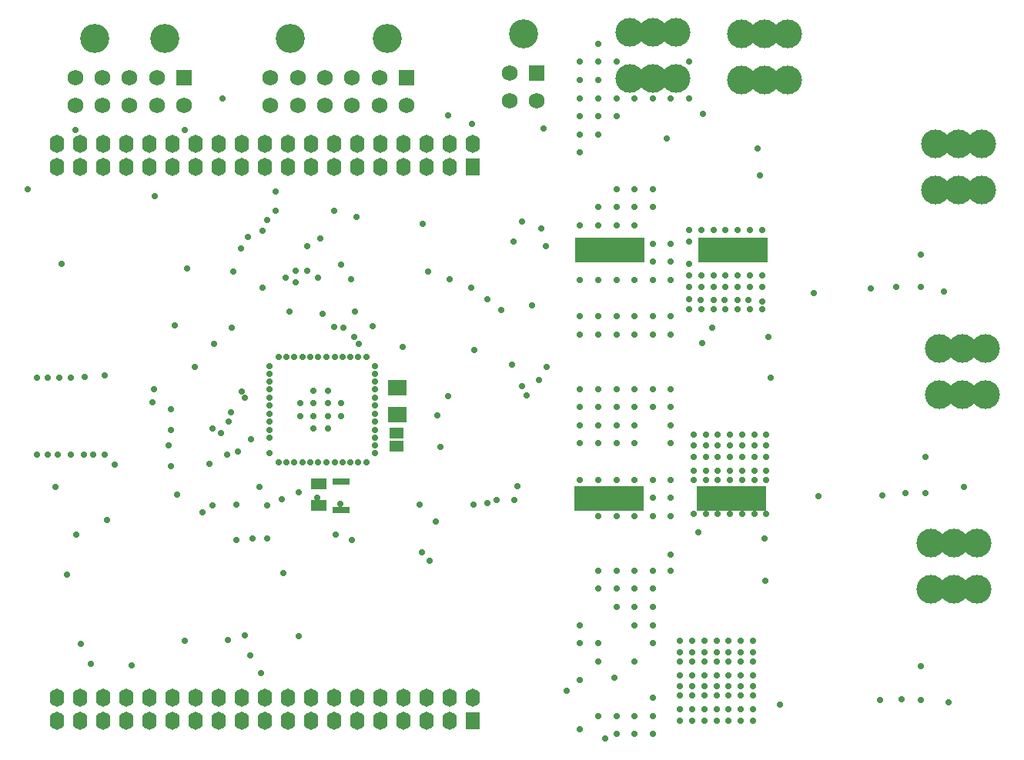
<source format=gbs>
G04*
G04 #@! TF.GenerationSoftware,Altium Limited,Altium Designer,19.1.8 (144)*
G04*
G04 Layer_Color=16711935*
%FSLAX25Y25*%
%MOIN*%
G70*
G01*
G75*
%ADD88R,0.06633X0.06633*%
%ADD89C,0.06824*%
%ADD90C,0.12611*%
%ADD91R,0.06300X0.07800*%
%ADD92O,0.06300X0.07800*%
%ADD93C,0.12414*%
%ADD94C,0.02769*%
%ADD112R,0.08280X0.06902*%
%ADD113R,0.06115X0.05131*%
%ADD114R,0.06902X0.04540*%
%ADD115R,0.07493X0.02965*%
%ADD116R,0.30328X0.10642*%
D88*
X256890Y420276D02*
D03*
X200575Y418276D02*
D03*
X104263D02*
D03*
D89*
X256890Y408465D02*
D03*
X245078Y420276D02*
D03*
Y408465D02*
D03*
X141519Y406465D02*
D03*
X200575D02*
D03*
X141519Y418276D02*
D03*
X153330Y406465D02*
D03*
X188764D02*
D03*
X153330Y418276D02*
D03*
X188764D02*
D03*
X165141Y406465D02*
D03*
Y418276D02*
D03*
X176953Y406465D02*
D03*
Y418276D02*
D03*
X92452D02*
D03*
Y406465D02*
D03*
X80641Y418276D02*
D03*
X68830D02*
D03*
X80641Y406465D02*
D03*
X68830D02*
D03*
X57019Y418276D02*
D03*
X104263Y406465D02*
D03*
X57019D02*
D03*
D90*
X250984Y437284D02*
D03*
X149984Y435284D02*
D03*
X192110D02*
D03*
X95798D02*
D03*
X65484D02*
D03*
D91*
X229000Y379500D02*
D03*
Y139500D02*
D03*
D92*
X219000D02*
D03*
X209000D02*
D03*
X199000D02*
D03*
X189000D02*
D03*
X179000D02*
D03*
X169000D02*
D03*
X159000D02*
D03*
X149000D02*
D03*
X139000D02*
D03*
X129000D02*
D03*
X119000D02*
D03*
X109000D02*
D03*
X99000D02*
D03*
X89000D02*
D03*
X79000D02*
D03*
X69000D02*
D03*
X59000D02*
D03*
X49000D02*
D03*
X229000Y149500D02*
D03*
X219000D02*
D03*
X209000D02*
D03*
X199000D02*
D03*
X189000D02*
D03*
X179000D02*
D03*
X169000D02*
D03*
X159000D02*
D03*
X149000D02*
D03*
X139000D02*
D03*
X129000D02*
D03*
X119000D02*
D03*
X109000D02*
D03*
X99000D02*
D03*
X89000D02*
D03*
X79000D02*
D03*
X69000D02*
D03*
X59000D02*
D03*
X49000D02*
D03*
X219000Y379500D02*
D03*
X209000D02*
D03*
X199000D02*
D03*
X189000D02*
D03*
X179000D02*
D03*
X169000D02*
D03*
X159000D02*
D03*
X149000D02*
D03*
X139000D02*
D03*
X129000D02*
D03*
X119000D02*
D03*
X109000D02*
D03*
X99000D02*
D03*
X89000D02*
D03*
X79000D02*
D03*
X69000D02*
D03*
X59000D02*
D03*
X49000D02*
D03*
X229000Y389500D02*
D03*
X219000D02*
D03*
X209000D02*
D03*
X199000D02*
D03*
X189000D02*
D03*
X179000D02*
D03*
X169000D02*
D03*
X159000D02*
D03*
X149000D02*
D03*
X139000D02*
D03*
X129000D02*
D03*
X119000D02*
D03*
X109000D02*
D03*
X99000D02*
D03*
X89000D02*
D03*
X79000D02*
D03*
X69000D02*
D03*
X59000D02*
D03*
X49000D02*
D03*
D93*
X317087Y438150D02*
D03*
X297087D02*
D03*
Y418150D02*
D03*
X317087D02*
D03*
X307087D02*
D03*
Y438150D02*
D03*
X365315Y437165D02*
D03*
X345315D02*
D03*
Y417165D02*
D03*
X365315D02*
D03*
X355315D02*
D03*
Y437165D02*
D03*
X449500Y389500D02*
D03*
X429500D02*
D03*
Y369500D02*
D03*
X449500D02*
D03*
X439500D02*
D03*
Y389500D02*
D03*
X451000Y301000D02*
D03*
X431000D02*
D03*
Y281000D02*
D03*
X451000D02*
D03*
X441000D02*
D03*
Y301000D02*
D03*
X447500Y216500D02*
D03*
X427500D02*
D03*
Y196500D02*
D03*
X447500D02*
D03*
X437500D02*
D03*
Y216500D02*
D03*
D94*
X60827Y254921D02*
D03*
X124902Y310039D02*
D03*
X101181Y237697D02*
D03*
X126772Y233465D02*
D03*
X136811Y241043D02*
D03*
X133071Y261811D02*
D03*
X127362Y256299D02*
D03*
X164173Y315846D02*
D03*
X330052Y263779D02*
D03*
X176772Y218110D02*
D03*
X169685Y220472D02*
D03*
X207087Y212598D02*
D03*
X169291Y310236D02*
D03*
X198819Y301575D02*
D03*
X210630Y209055D02*
D03*
X137402Y160236D02*
D03*
X130315Y176772D02*
D03*
X153937Y176378D02*
D03*
X132677Y168110D02*
D03*
X123228Y174803D02*
D03*
X126772Y218110D02*
D03*
X133858Y218504D02*
D03*
X140157D02*
D03*
X152362Y334646D02*
D03*
X162992Y348819D02*
D03*
X130315Y279528D02*
D03*
X48425Y240945D02*
D03*
X129134Y282283D02*
D03*
X143701Y360630D02*
D03*
X169000Y360732D02*
D03*
X140157Y356693D02*
D03*
X178740Y357874D02*
D03*
X138189Y327165D02*
D03*
Y351969D02*
D03*
X207480Y355118D02*
D03*
X124409Y273228D02*
D03*
X131890Y349213D02*
D03*
X128740Y344488D02*
D03*
X123622Y269291D02*
D03*
X157480Y345276D02*
D03*
X172047Y337402D02*
D03*
X125591Y334252D02*
D03*
X122835Y255118D02*
D03*
X153937Y238583D02*
D03*
X112205Y229921D02*
D03*
X120866Y409449D02*
D03*
X120079Y264173D02*
D03*
X140157Y233071D02*
D03*
X70866Y226772D02*
D03*
X59449Y172835D02*
D03*
X104331Y174409D02*
D03*
X63779Y164173D02*
D03*
X81496Y163779D02*
D03*
X218504Y401968D02*
D03*
X228740Y398425D02*
D03*
X259842Y396457D02*
D03*
X104331Y395669D02*
D03*
X57087D02*
D03*
X74016Y250787D02*
D03*
X57480Y220472D02*
D03*
X53543Y203150D02*
D03*
X49606Y255118D02*
D03*
X61024Y288583D02*
D03*
X90551Y277559D02*
D03*
X143701Y368898D02*
D03*
X91339Y366929D02*
D03*
X157480Y334646D02*
D03*
X209842Y334252D02*
D03*
X229528Y233465D02*
D03*
X152362Y329528D02*
D03*
X219291Y331102D02*
D03*
X235433Y233858D02*
D03*
X228346Y327165D02*
D03*
X239370Y235433D02*
D03*
X235433Y322441D02*
D03*
X247244Y235433D02*
D03*
X241339Y317717D02*
D03*
X248425Y241339D02*
D03*
X173228Y309842D02*
D03*
X179921Y303150D02*
D03*
X177953Y305906D02*
D03*
X185827Y310630D02*
D03*
X257874Y287402D02*
D03*
X261024Y292913D02*
D03*
X260827Y345472D02*
D03*
X258661Y353150D02*
D03*
X246063Y294094D02*
D03*
X252362Y280709D02*
D03*
X254724Y319685D02*
D03*
X246850Y347244D02*
D03*
X250394Y284646D02*
D03*
X250590Y356102D02*
D03*
X51181Y337598D02*
D03*
X36417Y370079D02*
D03*
X69882Y254921D02*
D03*
X64961D02*
D03*
X55118D02*
D03*
X45276D02*
D03*
X40354D02*
D03*
X69882Y289370D02*
D03*
X55118Y288386D02*
D03*
X50197D02*
D03*
X45276D02*
D03*
X40354D02*
D03*
X334646Y150591D02*
D03*
X339895D02*
D03*
X345144D02*
D03*
X350394D02*
D03*
X329396D02*
D03*
X324147D02*
D03*
X318898D02*
D03*
X334646Y165354D02*
D03*
X339895D02*
D03*
X345144D02*
D03*
X350394D02*
D03*
X329396D02*
D03*
X324147D02*
D03*
X318898D02*
D03*
X340551Y248031D02*
D03*
X345800D02*
D03*
X351050D02*
D03*
X335302D02*
D03*
X330052D02*
D03*
X324803D02*
D03*
X356299D02*
D03*
X354331Y321161D02*
D03*
X348524Y322047D02*
D03*
X343799Y321949D02*
D03*
X338287Y321850D02*
D03*
X333563Y322047D02*
D03*
X327953D02*
D03*
X322933Y322342D02*
D03*
X322835Y425197D02*
D03*
Y409449D02*
D03*
X314961D02*
D03*
Y346457D02*
D03*
Y338583D02*
D03*
Y330709D02*
D03*
Y314961D02*
D03*
Y307087D02*
D03*
Y283465D02*
D03*
Y275591D02*
D03*
Y267717D02*
D03*
Y259843D02*
D03*
Y244095D02*
D03*
Y236221D02*
D03*
Y228347D02*
D03*
Y204725D02*
D03*
X307087Y409449D02*
D03*
Y370079D02*
D03*
Y362205D02*
D03*
Y346457D02*
D03*
Y338583D02*
D03*
Y330709D02*
D03*
Y314961D02*
D03*
Y307087D02*
D03*
Y283465D02*
D03*
Y275591D02*
D03*
Y244095D02*
D03*
Y236221D02*
D03*
Y228347D02*
D03*
Y204725D02*
D03*
Y196851D02*
D03*
Y188977D02*
D03*
Y181103D02*
D03*
Y173228D02*
D03*
Y149606D02*
D03*
Y141732D02*
D03*
Y133858D02*
D03*
X299213Y409449D02*
D03*
Y370079D02*
D03*
Y362205D02*
D03*
Y354331D02*
D03*
Y330709D02*
D03*
Y314961D02*
D03*
Y307087D02*
D03*
Y283465D02*
D03*
Y275591D02*
D03*
Y267717D02*
D03*
Y259843D02*
D03*
Y244095D02*
D03*
Y228347D02*
D03*
Y204725D02*
D03*
Y196851D02*
D03*
Y188977D02*
D03*
Y181103D02*
D03*
Y165354D02*
D03*
Y141732D02*
D03*
Y133858D02*
D03*
X291339Y425197D02*
D03*
Y409449D02*
D03*
Y401575D02*
D03*
Y370079D02*
D03*
Y362205D02*
D03*
Y354331D02*
D03*
Y330709D02*
D03*
Y314961D02*
D03*
Y307087D02*
D03*
Y283465D02*
D03*
Y275591D02*
D03*
Y267717D02*
D03*
Y259843D02*
D03*
Y244095D02*
D03*
Y228347D02*
D03*
Y204725D02*
D03*
Y196851D02*
D03*
Y188977D02*
D03*
Y141732D02*
D03*
Y133858D02*
D03*
X283465Y433071D02*
D03*
Y425197D02*
D03*
Y417323D02*
D03*
Y409449D02*
D03*
Y401575D02*
D03*
Y393701D02*
D03*
Y362205D02*
D03*
Y354331D02*
D03*
Y330709D02*
D03*
Y314961D02*
D03*
Y307087D02*
D03*
Y283465D02*
D03*
Y275591D02*
D03*
Y267717D02*
D03*
Y259843D02*
D03*
Y244095D02*
D03*
Y228347D02*
D03*
Y204725D02*
D03*
Y196851D02*
D03*
Y173228D02*
D03*
Y165354D02*
D03*
Y141732D02*
D03*
X275591Y425197D02*
D03*
Y417323D02*
D03*
Y409449D02*
D03*
Y401575D02*
D03*
Y393701D02*
D03*
Y385827D02*
D03*
Y354331D02*
D03*
Y330709D02*
D03*
Y314961D02*
D03*
Y307087D02*
D03*
Y283465D02*
D03*
Y275591D02*
D03*
Y267717D02*
D03*
Y259843D02*
D03*
Y244095D02*
D03*
Y181103D02*
D03*
Y173228D02*
D03*
Y157480D02*
D03*
X116437Y232972D02*
D03*
X213075Y225969D02*
D03*
X206201Y233465D02*
D03*
X147244Y203740D02*
D03*
X146358Y235630D02*
D03*
X171949Y233760D02*
D03*
X161909Y236417D02*
D03*
X213779Y272047D02*
D03*
X218504Y280315D02*
D03*
X229823Y300394D02*
D03*
X215256Y258465D02*
D03*
X108858Y292913D02*
D03*
X91043Y283465D02*
D03*
X178248Y317126D02*
D03*
X149803D02*
D03*
X176378Y331004D02*
D03*
X148228Y331594D02*
D03*
X162182Y331617D02*
D03*
X105315Y335630D02*
D03*
X100079Y311024D02*
D03*
X115157Y250984D02*
D03*
X98425Y274606D02*
D03*
X97441Y258858D02*
D03*
X98425Y265748D02*
D03*
Y250000D02*
D03*
X116500Y266374D02*
D03*
X117126Y303150D02*
D03*
X358268Y288386D02*
D03*
X357283Y306102D02*
D03*
X355315Y218504D02*
D03*
X355906Y200197D02*
D03*
X362205Y146653D02*
D03*
X378795Y237000D02*
D03*
X376795Y325000D02*
D03*
X353346Y375984D02*
D03*
X352498Y387500D02*
D03*
X423228Y163386D02*
D03*
X425197Y253937D02*
D03*
X423228Y341535D02*
D03*
X318898Y154528D02*
D03*
X324147D02*
D03*
X329396D02*
D03*
X350394D02*
D03*
X345144D02*
D03*
X339895D02*
D03*
X334646D02*
D03*
X318898Y144685D02*
D03*
X324147D02*
D03*
X329396D02*
D03*
X350394D02*
D03*
X345144D02*
D03*
X339895D02*
D03*
X334646D02*
D03*
X318898Y139764D02*
D03*
X324147D02*
D03*
X329396D02*
D03*
X350394D02*
D03*
X345144D02*
D03*
X339895D02*
D03*
X334646D02*
D03*
X318898Y159449D02*
D03*
X324147D02*
D03*
X329396D02*
D03*
X350394D02*
D03*
X345144D02*
D03*
X339895D02*
D03*
X334646D02*
D03*
X318898Y169291D02*
D03*
X324147D02*
D03*
X329396D02*
D03*
X350394D02*
D03*
X345144D02*
D03*
X339895D02*
D03*
X334646D02*
D03*
X318898Y174213D02*
D03*
X324147D02*
D03*
X329396D02*
D03*
X350394D02*
D03*
X345144D02*
D03*
X339895D02*
D03*
X334646D02*
D03*
X324803Y244094D02*
D03*
X330052D02*
D03*
X335302D02*
D03*
X356299D02*
D03*
X351050D02*
D03*
X345800D02*
D03*
X340551D02*
D03*
X324803Y229331D02*
D03*
X330052D02*
D03*
X335302D02*
D03*
X356299D02*
D03*
X351050D02*
D03*
X345800D02*
D03*
X340551D02*
D03*
X324803Y253937D02*
D03*
X330052D02*
D03*
X335302D02*
D03*
X356299D02*
D03*
X351050D02*
D03*
X345800D02*
D03*
X340551D02*
D03*
X324803Y258858D02*
D03*
X330052D02*
D03*
X335302D02*
D03*
X356299D02*
D03*
X351050D02*
D03*
X345800D02*
D03*
X340551D02*
D03*
X324803Y263779D02*
D03*
X335302D02*
D03*
X356299D02*
D03*
X351050D02*
D03*
X345800D02*
D03*
X340551D02*
D03*
X338583Y352362D02*
D03*
X343832D02*
D03*
X349081D02*
D03*
X354331D02*
D03*
X333333D02*
D03*
X328084D02*
D03*
X322835D02*
D03*
Y347441D02*
D03*
Y337598D02*
D03*
X338583Y317913D02*
D03*
X343832D02*
D03*
X349081D02*
D03*
X354331D02*
D03*
X333333D02*
D03*
X328084D02*
D03*
X322835D02*
D03*
X338583Y327756D02*
D03*
X343832D02*
D03*
X349081D02*
D03*
X354331D02*
D03*
X333333D02*
D03*
X328084D02*
D03*
X322835D02*
D03*
X338583Y332677D02*
D03*
X343832D02*
D03*
X349081D02*
D03*
X354331D02*
D03*
X333333D02*
D03*
X328084D02*
D03*
X322835D02*
D03*
X286417Y131890D02*
D03*
X269685Y152559D02*
D03*
X290354Y158465D02*
D03*
X275590Y135827D02*
D03*
X314961Y211614D02*
D03*
X326772Y221457D02*
D03*
X328445Y303445D02*
D03*
X332677Y310039D02*
D03*
X313287Y392028D02*
D03*
X328740Y402559D02*
D03*
X435039Y147638D02*
D03*
X423228Y148622D02*
D03*
X414740Y148992D02*
D03*
X405512Y148622D02*
D03*
X401575Y326921D02*
D03*
X423228Y327756D02*
D03*
X412614D02*
D03*
X433071Y325787D02*
D03*
X441929Y241142D02*
D03*
X425197Y238189D02*
D03*
X416339D02*
D03*
X406496Y237205D02*
D03*
X186902Y276354D02*
D03*
Y279780D02*
D03*
Y293480D02*
D03*
Y283205D02*
D03*
Y290055D02*
D03*
Y286630D02*
D03*
Y272646D02*
D03*
Y269220D02*
D03*
Y255520D02*
D03*
Y265795D02*
D03*
Y258945D02*
D03*
Y262370D02*
D03*
X162205Y251658D02*
D03*
X158780D02*
D03*
X145079D02*
D03*
X155354D02*
D03*
X148504D02*
D03*
X151929D02*
D03*
X165913D02*
D03*
X169339D02*
D03*
X183039D02*
D03*
X172764D02*
D03*
X179614D02*
D03*
X176189D02*
D03*
X141217Y272646D02*
D03*
Y269220D02*
D03*
Y255520D02*
D03*
Y265795D02*
D03*
Y262370D02*
D03*
Y276354D02*
D03*
Y279780D02*
D03*
Y293480D02*
D03*
Y283205D02*
D03*
Y290055D02*
D03*
Y286630D02*
D03*
X165913Y297342D02*
D03*
X169339D02*
D03*
X183039D02*
D03*
X172764D02*
D03*
X179614D02*
D03*
X176189D02*
D03*
X151929D02*
D03*
X148504D02*
D03*
X155354D02*
D03*
X145079D02*
D03*
X158780D02*
D03*
X162205D02*
D03*
X160228Y266429D02*
D03*
X166409D02*
D03*
X160228Y271587D02*
D03*
Y277413D02*
D03*
Y282571D02*
D03*
X154508Y271587D02*
D03*
Y277413D02*
D03*
X166409Y271587D02*
D03*
Y277413D02*
D03*
Y282571D02*
D03*
X172130Y277413D02*
D03*
Y271587D02*
D03*
D112*
X196555Y272441D02*
D03*
Y284055D02*
D03*
D113*
X196063Y258661D02*
D03*
Y264173D02*
D03*
D114*
X162547Y233065D02*
D03*
Y242317D02*
D03*
D115*
X172047Y243317D02*
D03*
Y230915D02*
D03*
D116*
X288000Y236000D02*
D03*
X341150D02*
D03*
X288500Y343500D02*
D03*
X341650D02*
D03*
M02*

</source>
